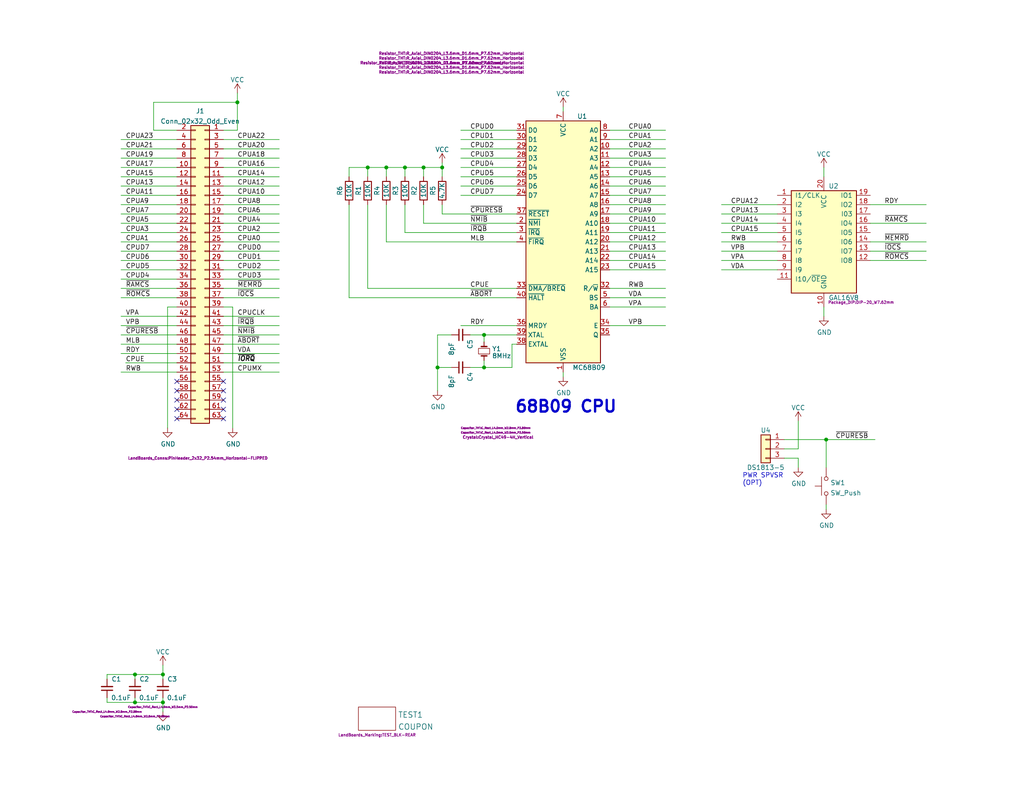
<source format=kicad_sch>
(kicad_sch (version 20230121) (generator eeschema)
  (paper "A")
  (title_block (title "LB-6809-01") (date "2024-08-19") (rev "2") (company "Land Boards LLC"))
  (lib_symbols
    (symbol "CPU_NXP_6800:MC68B09"
      (property "Reference" "U" (at -7.62 34.29 0))
      (property "Value" "MC68B09" (at 10.16 34.29 0))
      (symbol "MC68B09_0_1"
        (rectangle (start -10.16 -33.02) (end 10.16 33.02) (stroke (width 0.254)) (fill (type background)))
      )
      (symbol "MC68B09_1_1"
        (pin power_in line (at 0 -35.56 90) (length 2.54) (name "VSS") (number "1"))
        (pin output line (at 12.7 25.4 180) (length 2.54) (name "A2") (number "10"))
        (pin output line (at 12.7 22.86 180) (length 2.54) (name "A3") (number "11"))
        (pin output line (at 12.7 20.32 180) (length 2.54) (name "A4") (number "12"))
        (pin output line (at 12.7 17.78 180) (length 2.54) (name "A5") (number "13"))
        (pin output line (at 12.7 15.24 180) (length 2.54) (name "A6") (number "14"))
        (pin output line (at 12.7 12.7 180) (length 2.54) (name "A7") (number "15"))
        (pin output line (at 12.7 10.16 180) (length 2.54) (name "A8") (number "16"))
        (pin output line (at 12.7 7.62 180) (length 2.54) (name "A9") (number "17"))
        (pin output line (at 12.7 5.08 180) (length 2.54) (name "A10") (number "18"))
        (pin output line (at 12.7 2.54 180) (length 2.54) (name "A11") (number "19"))
        (pin input line (at -12.7 5.08 0) (length 2.54) (name "~{NMI}") (number "2"))
        (pin output line (at 12.7 0 180) (length 2.54) (name "A12") (number "20"))
        (pin output line (at 12.7 -2.54 180) (length 2.54) (name "A13") (number "21"))
        (pin output line (at 12.7 -5.08 180) (length 2.54) (name "A14") (number "22"))
        (pin output line (at 12.7 -7.62 180) (length 2.54) (name "A15") (number "23"))
        (pin bidirectional line (at -12.7 12.7 0) (length 2.54) (name "D7") (number "24"))
        (pin bidirectional line (at -12.7 15.24 0) (length 2.54) (name "D6") (number "25"))
        (pin bidirectional line (at -12.7 17.78 0) (length 2.54) (name "D5") (number "26"))
        (pin bidirectional line (at -12.7 20.32 0) (length 2.54) (name "D4") (number "27"))
        (pin bidirectional line (at -12.7 22.86 0) (length 2.54) (name "D3") (number "28"))
        (pin bidirectional line (at -12.7 25.4 0) (length 2.54) (name "D2") (number "29"))
        (pin input line (at -12.7 2.54 0) (length 2.54) (name "~{IRQ}") (number "3"))
        (pin bidirectional line (at -12.7 27.94 0) (length 2.54) (name "D1") (number "30"))
        (pin bidirectional line (at -12.7 30.48 0) (length 2.54) (name "D0") (number "31"))
        (pin output line (at 12.7 -12.7 180) (length 2.54) (name "R/~{W}") (number "32"))
        (pin input line (at -12.7 -12.7 0) (length 2.54) (name "~{DMA/BREQ}") (number "33"))
        (pin output line (at 12.7 -22.86 180) (length 2.54) (name "E") (number "34"))
        (pin output line (at 12.7 -25.4 180) (length 2.54) (name "Q") (number "35"))
        (pin input line (at -12.7 -22.86 0) (length 2.54) (name "MRDY") (number "36"))
        (pin input line (at -12.7 7.62 0) (length 2.54) (name "~{RESET}") (number "37"))
        (pin input line (at -12.7 -27.94 0) (length 2.54) (name "EXTAL") (number "38"))
        (pin input line (at -12.7 -25.4 0) (length 2.54) (name "XTAL") (number "39"))
        (pin input line (at -12.7 0 0) (length 2.54) (name "~{FIRQ}") (number "4"))
        (pin input line (at -12.7 -15.24 0) (length 2.54) (name "~{HALT}") (number "40"))
        (pin output line (at 12.7 -15.24 180) (length 2.54) (name "BS") (number "5"))
        (pin output line (at 12.7 -17.78 180) (length 2.54) (name "BA") (number "6"))
        (pin power_in line (at 0 35.56 270) (length 2.54) (name "VCC") (number "7"))
        (pin output line (at 12.7 30.48 180) (length 2.54) (name "A0") (number "8"))
        (pin output line (at 12.7 27.94 180) (length 2.54) (name "A1") (number "9"))
      )
    )
    (symbol "Connector_Generic:Conn_01x03" (pin_names (offset 1.016) hide)
      (property "Reference" "J" (at 0 5.08 0))
      (property "Value" "Conn_01x03" (at 0 -5.08 0))
      (symbol "Conn_01x03_1_1"
        (rectangle (start -1.27 -2.413) (end 0 -2.667) (stroke (width 0.1524)))
        (rectangle (start -1.27 0.127) (end 0 -0.127) (stroke (width 0.1524)))
        (rectangle (start -1.27 2.667) (end 0 2.413) (stroke (width 0.1524)))
        (rectangle (start -1.27 3.81) (end 1.27 -3.81) (stroke (width 0.254)) (fill (type background)))
        (pin passive line (at -5.08 2.54 0) (length 3.81) (name "Pin_1") (number "1"))
        (pin passive line (at -5.08 0 0) (length 3.81) (name "Pin_2") (number "2"))
        (pin passive line (at -5.08 -2.54 0) (length 3.81) (name "Pin_3") (number "3"))
      )
    )
    (symbol "Connector_Generic:Conn_02x32_Odd_Even" (pin_names (offset 1.016) hide)
      (property "Reference" "J" (at 1.27 40.64 0))
      (property "Value" "Conn_02x32_Odd_Even" (at 1.27 -43.18 0))
      (symbol "Conn_02x32_Odd_Even_1_1"
        (rectangle (start -1.27 -40.513) (end 0 -40.767) (stroke (width 0.1524)))
        (rectangle (start -1.27 -37.973) (end 0 -38.227) (stroke (width 0.1524)))
        (rectangle (start -1.27 -35.433) (end 0 -35.687) (stroke (width 0.1524)))
        (rectangle (start -1.27 -32.893) (end 0 -33.147) (stroke (width 0.1524)))
        (rectangle (start -1.27 -30.353) (end 0 -30.607) (stroke (width 0.1524)))
        (rectangle (start -1.27 -27.813) (end 0 -28.067) (stroke (width 0.1524)))
        (rectangle (start -1.27 -25.273) (end 0 -25.527) (stroke (width 0.1524)))
        (rectangle (start -1.27 -22.733) (end 0 -22.987) (stroke (width 0.1524)))
        (rectangle (start -1.27 -20.193) (end 0 -20.447) (stroke (width 0.1524)))
        (rectangle (start -1.27 -17.653) (end 0 -17.907) (stroke (width 0.1524)))
        (rectangle (start -1.27 -15.113) (end 0 -15.367) (stroke (width 0.1524)))
        (rectangle (start -1.27 -12.573) (end 0 -12.827) (stroke (width 0.1524)))
        (rectangle (start -1.27 -10.033) (end 0 -10.287) (stroke (width 0.1524)))
        (rectangle (start -1.27 -7.493) (end 0 -7.747) (stroke (width 0.1524)))
        (rectangle (start -1.27 -4.953) (end 0 -5.207) (stroke (width 0.1524)))
        (rectangle (start -1.27 -2.413) (end 0 -2.667) (stroke (width 0.1524)))
        (rectangle (start -1.27 0.127) (end 0 -0.127) (stroke (width 0.1524)))
        (rectangle (start -1.27 2.667) (end 0 2.413) (stroke (width 0.1524)))
        (rectangle (start -1.27 5.207) (end 0 4.953) (stroke (width 0.1524)))
        (rectangle (start -1.27 7.747) (end 0 7.493) (stroke (width 0.1524)))
        (rectangle (start -1.27 10.287) (end 0 10.033) (stroke (width 0.1524)))
        (rectangle (start -1.27 12.827) (end 0 12.573) (stroke (width 0.1524)))
        (rectangle (start -1.27 15.367) (end 0 15.113) (stroke (width 0.1524)))
        (rectangle (start -1.27 17.907) (end 0 17.653) (stroke (width 0.1524)))
        (rectangle (start -1.27 20.447) (end 0 20.193) (stroke (width 0.1524)))
        (rectangle (start -1.27 22.987) (end 0 22.733) (stroke (width 0.1524)))
        (rectangle (start -1.27 25.527) (end 0 25.273) (stroke (width 0.1524)))
        (rectangle (start -1.27 28.067) (end 0 27.813) (stroke (width 0.1524)))
        (rectangle (start -1.27 30.607) (end 0 30.353) (stroke (width 0.1524)))
        (rectangle (start -1.27 33.147) (end 0 32.893) (stroke (width 0.1524)))
        (rectangle (start -1.27 35.687) (end 0 35.433) (stroke (width 0.1524)))
        (rectangle (start -1.27 38.227) (end 0 37.973) (stroke (width 0.1524)))
        (rectangle (start -1.27 39.37) (end 3.81 -41.91) (stroke (width 0.254)) (fill (type background)))
        (rectangle (start 3.81 -40.513) (end 2.54 -40.767) (stroke (width 0.1524)))
        (rectangle (start 3.81 -37.973) (end 2.54 -38.227) (stroke (width 0.1524)))
        (rectangle (start 3.81 -35.433) (end 2.54 -35.687) (stroke (width 0.1524)))
        (rectangle (start 3.81 -32.893) (end 2.54 -33.147) (stroke (width 0.1524)))
        (rectangle (start 3.81 -30.353) (end 2.54 -30.607) (stroke (width 0.1524)))
        (rectangle (start 3.81 -27.813) (end 2.54 -28.067) (stroke (width 0.1524)))
        (rectangle (start 3.81 -25.273) (end 2.54 -25.527) (stroke (width 0.1524)))
        (rectangle (start 3.81 -22.733) (end 2.54 -22.987) (stroke (width 0.1524)))
        (rectangle (start 3.81 -20.193) (end 2.54 -20.447) (stroke (width 0.1524)))
        (rectangle (start 3.81 -17.653) (end 2.54 -17.907) (stroke (width 0.1524)))
        (rectangle (start 3.81 -15.113) (end 2.54 -15.367) (stroke (width 0.1524)))
        (rectangle (start 3.81 -12.573) (end 2.54 -12.827) (stroke (width 0.1524)))
        (rectangle (start 3.81 -10.033) (end 2.54 -10.287) (stroke (width 0.1524)))
        (rectangle (start 3.81 -7.493) (end 2.54 -7.747) (stroke (width 0.1524)))
        (rectangle (start 3.81 -4.953) (end 2.54 -5.207) (stroke (width 0.1524)))
        (rectangle (start 3.81 -2.413) (end 2.54 -2.667) (stroke (width 0.1524)))
        (rectangle (start 3.81 0.127) (end 2.54 -0.127) (stroke (width 0.1524)))
        (rectangle (start 3.81 2.667) (end 2.54 2.413) (stroke (width 0.1524)))
        (rectangle (start 3.81 5.207) (end 2.54 4.953) (stroke (width 0.1524)))
        (rectangle (start 3.81 7.747) (end 2.54 7.493) (stroke (width 0.1524)))
        (rectangle (start 3.81 10.287) (end 2.54 10.033) (stroke (width 0.1524)))
        (rectangle (start 3.81 12.827) (end 2.54 12.573) (stroke (width 0.1524)))
        (rectangle (start 3.81 15.367) (end 2.54 15.113) (stroke (width 0.1524)))
        (rectangle (start 3.81 17.907) (end 2.54 17.653) (stroke (width 0.1524)))
        (rectangle (start 3.81 20.447) (end 2.54 20.193) (stroke (width 0.1524)))
        (rectangle (start 3.81 22.987) (end 2.54 22.733) (stroke (width 0.1524)))
        (rectangle (start 3.81 25.527) (end 2.54 25.273) (stroke (width 0.1524)))
        (rectangle (start 3.81 28.067) (end 2.54 27.813) (stroke (width 0.1524)))
        (rectangle (start 3.81 30.607) (end 2.54 30.353) (stroke (width 0.1524)))
        (rectangle (start 3.81 33.147) (end 2.54 32.893) (stroke (width 0.1524)))
        (rectangle (start 3.81 35.687) (end 2.54 35.433) (stroke (width 0.1524)))
        (rectangle (start 3.81 38.227) (end 2.54 37.973) (stroke (width 0.1524)))
        (pin passive line (at -5.08 38.1 0) (length 3.81) (name "Pin_1") (number "1"))
        (pin passive line (at 7.62 27.94 180) (length 3.81) (name "Pin_10") (number "10"))
        (pin passive line (at -5.08 25.4 0) (length 3.81) (name "Pin_11") (number "11"))
        (pin passive line (at 7.62 25.4 180) (length 3.81) (name "Pin_12") (number "12"))
        (pin passive line (at -5.08 22.86 0) (length 3.81) (name "Pin_13") (number "13"))
        (pin passive line (at 7.62 22.86 180) (length 3.81) (name "Pin_14") (number "14"))
        (pin passive line (at -5.08 20.32 0) (length 3.81) (name "Pin_15") (number "15"))
        (pin passive line (at 7.62 20.32 180) (length 3.81) (name "Pin_16") (number "16"))
        (pin passive line (at -5.08 17.78 0) (length 3.81) (name "Pin_17") (number "17"))
        (pin passive line (at 7.62 17.78 180) (length 3.81) (name "Pin_18") (number "18"))
        (pin passive line (at -5.08 15.24 0) (length 3.81) (name "Pin_19") (number "19"))
        (pin passive line (at 7.62 38.1 180) (length 3.81) (name "Pin_2") (number "2"))
        (pin passive line (at 7.62 15.24 180) (length 3.81) (name "Pin_20") (number "20"))
        (pin passive line (at -5.08 12.7 0) (length 3.81) (name "Pin_21") (number "21"))
        (pin passive line (at 7.62 12.7 180) (length 3.81) (name "Pin_22") (number "22"))
        (pin passive line (at -5.08 10.16 0) (length 3.81) (name "Pin_23") (number "23"))
        (pin passive line (at 7.62 10.16 180) (length 3.81) (name "Pin_24") (number "24"))
        (pin passive line (at -5.08 7.62 0) (length 3.81) (name "Pin_25") (number "25"))
        (pin passive line (at 7.62 7.62 180) (length 3.81) (name "Pin_26") (number "26"))
        (pin passive line (at -5.08 5.08 0) (length 3.81) (name "Pin_27") (number "27"))
        (pin passive line (at 7.62 5.08 180) (length 3.81) (name "Pin_28") (number "28"))
        (pin passive line (at -5.08 2.54 0) (length 3.81) (name "Pin_29") (number "29"))
        (pin passive line (at -5.08 35.56 0) (length 3.81) (name "Pin_3") (number "3"))
        (pin passive line (at 7.62 2.54 180) (length 3.81) (name "Pin_30") (number "30"))
        (pin passive line (at -5.08 0 0) (length 3.81) (name "Pin_31") (number "31"))
        (pin passive line (at 7.62 0 180) (length 3.81) (name "Pin_32") (number "32"))
        (pin passive line (at -5.08 -2.54 0) (length 3.81) (name "Pin_33") (number "33"))
        (pin passive line (at 7.62 -2.54 180) (length 3.81) (name "Pin_34") (number "34"))
        (pin passive line (at -5.08 -5.08 0) (length 3.81) (name "Pin_35") (number "35"))
        (pin passive line (at 7.62 -5.08 180) (length 3.81) (name "Pin_36") (number "36"))
        (pin passive line (at -5.08 -7.62 0) (length 3.81) (name "Pin_37") (number "37"))
        (pin passive line (at 7.62 -7.62 180) (length 3.81) (name "Pin_38") (number "38"))
        (pin passive line (at -5.08 -10.16 0) (length 3.81) (name "Pin_39") (number "39"))
        (pin passive line (at 7.62 35.56 180) (length 3.81) (name "Pin_4") (number "4"))
        (pin passive line (at 7.62 -10.16 180) (length 3.81) (name "Pin_40") (number "40"))
        (pin passive line (at -5.08 -12.7 0) (length 3.81) (name "Pin_41") (number "41"))
        (pin passive line (at 7.62 -12.7 180) (length 3.81) (name "Pin_42") (number "42"))
        (pin passive line (at -5.08 -15.24 0) (length 3.81) (name "Pin_43") (number "43"))
        (pin passive line (at 7.62 -15.24 180) (length 3.81) (name "Pin_44") (number "44"))
        (pin passive line (at -5.08 -17.78 0) (length 3.81) (name "Pin_45") (number "45"))
        (pin passive line (at 7.62 -17.78 180) (length 3.81) (name "Pin_46") (number "46"))
        (pin passive line (at -5.08 -20.32 0) (length 3.81) (name "Pin_47") (number "47"))
        (pin passive line (at 7.62 -20.32 180) (length 3.81) (name "Pin_48") (number "48"))
        (pin passive line (at -5.08 -22.86 0) (length 3.81) (name "Pin_49") (number "49"))
        (pin passive line (at -5.08 33.02 0) (length 3.81) (name "Pin_5") (number "5"))
        (pin passive line (at 7.62 -22.86 180) (length 3.81) (name "Pin_50") (number "50"))
        (pin passive line (at -5.08 -25.4 0) (length 3.81) (name "Pin_51") (number "51"))
        (pin passive line (at 7.62 -25.4 180) (length 3.81) (name "Pin_52") (number "52"))
        (pin passive line (at -5.08 -27.94 0) (length 3.81) (name "Pin_53") (number "53"))
        (pin passive line (at 7.62 -27.94 180) (length 3.81) (name "Pin_54") (number "54"))
        (pin passive line (at -5.08 -30.48 0) (length 3.81) (name "Pin_55") (number "55"))
        (pin passive line (at 7.62 -30.48 180) (length 3.81) (name "Pin_56") (number "56"))
        (pin passive line (at -5.08 -33.02 0) (length 3.81) (name "Pin_57") (number "57"))
        (pin passive line (at 7.62 -33.02 180) (length 3.81) (name "Pin_58") (number "58"))
        (pin passive line (at -5.08 -35.56 0) (length 3.81) (name "Pin_59") (number "59"))
        (pin passive line (at 7.62 33.02 180) (length 3.81) (name "Pin_6") (number "6"))
        (pin passive line (at 7.62 -35.56 180) (length 3.81) (name "Pin_60") (number "60"))
        (pin passive line (at -5.08 -38.1 0) (length 3.81) (name "Pin_61") (number "61"))
        (pin passive line (at 7.62 -38.1 180) (length 3.81) (name "Pin_62") (number "62"))
        (pin passive line (at -5.08 -40.64 0) (length 3.81) (name "Pin_63") (number "63"))
        (pin passive line (at 7.62 -40.64 180) (length 3.81) (name "Pin_64") (number "64"))
        (pin passive line (at -5.08 30.48 0) (length 3.81) (name "Pin_7") (number "7"))
        (pin passive line (at 7.62 30.48 180) (length 3.81) (name "Pin_8") (number "8"))
        (pin passive line (at -5.08 27.94 0) (length 3.81) (name "Pin_9") (number "9"))
      )
    )
    (symbol "Device:C_Small" (pin_numbers hide) (pin_names (offset 0.254) hide)
      (property "Reference" "C" (at 0.254 1.778 0))
      (property "Value" "C_Small" (at 0.254 -2.032 0))
      (symbol "C_Small_0_1"
        (polyline (pts (xy -1.524 -0.508) (xy 1.524 -0.508)) (stroke (width 0.3302)))
        (polyline (pts (xy -1.524 0.508) (xy 1.524 0.508)) (stroke (width 0.3048)))
      )
      (symbol "C_Small_1_1"
        (pin passive line (at 0 2.54 270) (length 2.032) (name "~") (number "1"))
        (pin passive line (at 0 -2.54 90) (length 2.032) (name "~") (number "2"))
      )
    )
    (symbol "Device:Crystal_Small" (pin_numbers hide) (pin_names (offset 1.016) hide)
      (property "Reference" "Y" (at 0 2.54 0))
      (property "Value" "Crystal_Small" (at 0 -2.54 0))
      (symbol "Crystal_Small_0_1"
        (rectangle (start -0.762 -1.524) (end 0.762 1.524))
        (polyline (pts (xy -1.27 -0.762) (xy -1.27 0.762)) (stroke (width 0.381)))
        (polyline (pts (xy 1.27 -0.762) (xy 1.27 0.762)) (stroke (width 0.381)))
      )
      (symbol "Crystal_Small_1_1"
        (pin passive line (at -2.54 0 0) (length 1.27) (name "1") (number "1"))
        (pin passive line (at 2.54 0 180) (length 1.27) (name "2") (number "2"))
      )
    )
    (symbol "Device:R" (pin_numbers hide) (pin_names (offset 0))
      (property "Reference" "R" (at 2.032 0 90))
      (property "Value" "R" (at 0 0 90))
      (symbol "R_0_1"
        (rectangle (start -1.016 -2.54) (end 1.016 2.54) (stroke (width 0.254)))
      )
      (symbol "R_1_1"
        (pin passive line (at 0 3.81 270) (length 1.27) (name "~") (number "1"))
        (pin passive line (at 0 -3.81 90) (length 1.27) (name "~") (number "2"))
      )
    )
    (symbol "LandBoards:COUPON" (pin_names (offset 1.016))
      (property "Reference" "COUP?" (at 0 0 0))
      (property "Value" "COUPON" (at 0 0 0))
      (symbol "COUPON_0_1"
        (rectangle (start -5.08 0) (end 5.08 6.35))
      )
    )
    (symbol "Logic_Programmable:GAL16V8" (pin_names (offset 1.016))
      (property "Reference" "U" (at -8.89 16.51 0))
      (property "Value" "GAL16V8" (at 1.27 16.51 0))
      (symbol "GAL16V8_0_0"
        (pin power_in line (at 0 -17.78 90) (length 3.81) (name "GND") (number "10"))
        (pin power_in line (at 0 17.78 270) (length 3.81) (name "VCC") (number "20"))
      )
      (symbol "GAL16V8_0_1"
        (rectangle (start -8.89 13.97) (end 8.89 -13.97) (stroke (width 0.254)) (fill (type background)))
      )
      (symbol "GAL16V8_1_1"
        (pin input line (at -12.7 12.7 0) (length 3.81) (name "I1/CLK") (number "1"))
        (pin input line (at -12.7 -10.16 0) (length 3.81) (name "I10/~{OE}") (number "11"))
        (pin tri_state line (at 12.7 -5.08 180) (length 3.81) (name "IO8") (number "12"))
        (pin tri_state line (at 12.7 -2.54 180) (length 3.81) (name "IO7") (number "13"))
        (pin tri_state line (at 12.7 0 180) (length 3.81) (name "IO6") (number "14"))
        (pin tri_state line (at 12.7 2.54 180) (length 3.81) (name "IO5") (number "15"))
        (pin tri_state line (at 12.7 5.08 180) (length 3.81) (name "IO4") (number "16"))
        (pin tri_state line (at 12.7 7.62 180) (length 3.81) (name "I03") (number "17"))
        (pin tri_state line (at 12.7 10.16 180) (length 3.81) (name "IO2") (number "18"))
        (pin tri_state line (at 12.7 12.7 180) (length 3.81) (name "IO1") (number "19"))
        (pin input line (at -12.7 10.16 0) (length 3.81) (name "I2") (number "2"))
        (pin input line (at -12.7 7.62 0) (length 3.81) (name "I3") (number "3"))
        (pin input line (at -12.7 5.08 0) (length 3.81) (name "I4") (number "4"))
        (pin input line (at -12.7 2.54 0) (length 3.81) (name "I5") (number "5"))
        (pin input line (at -12.7 0 0) (length 3.81) (name "I6") (number "6"))
        (pin input line (at -12.7 -2.54 0) (length 3.81) (name "I7") (number "7"))
        (pin input line (at -12.7 -5.08 0) (length 3.81) (name "I8") (number "8"))
        (pin input line (at -12.7 -7.62 0) (length 3.81) (name "I9") (number "9"))
      )
    )
    (symbol "Switch:SW_Push" (pin_numbers hide) (pin_names (offset 1.016) hide)
      (property "Reference" "SW" (at 1.27 2.54 0))
      (property "Value" "SW_Push" (at 0 -1.524 0))
      (symbol "SW_Push_0_1"
        (circle (center -2.032 0) (radius 0.508))
        (polyline (pts (xy 0 1.27) (xy 0 3.048)))
        (polyline (pts (xy 2.54 1.27) (xy -2.54 1.27)))
        (circle (center 2.032 0) (radius 0.508))
        (pin passive line (at -5.08 0 0) (length 2.54) (name "1") (number "1"))
        (pin passive line (at 5.08 0 180) (length 2.54) (name "2") (number "2"))
      )
    )
    (symbol "power:GND" (power) (pin_names (offset 0))
      (property "Value" "GND" (at 0 -3.81 0))
      (symbol "GND_0_1"
        (polyline (pts (xy 0 0) (xy 0 -1.27) (xy 1.27 -1.27) (xy 0 -2.54) (xy -1.27 -1.27) (xy 0 -1.27)))
      )
      (symbol "GND_1_1"
        (pin power_in line (at 0 0 270) (length 0) hide (name "GND") (number "1"))
      )
    )
    (symbol "power:VCC" (power) (pin_names (offset 0))
      (property "Value" "VCC" (at 0 3.81 0))
      (symbol "VCC_0_1"
        (polyline (pts (xy -0.762 1.27) (xy 0 2.54)))
        (polyline (pts (xy 0 0) (xy 0 2.54)))
        (polyline (pts (xy 0 2.54) (xy 0.762 1.27)))
      )
      (symbol "VCC_1_1"
        (pin power_in line (at 0 0 90) (length 0) hide (name "VCC") (number "1"))
      )
    )
  )
  (junction (at 44.45 191.77))
  (junction (at 119.38 100.33))
  (junction (at 100.33 45.72))
  (junction (at 115.57 45.72))
  (junction (at 110.49 45.72))
  (junction (at 44.45 184.15))
  (junction (at 132.08 100.33))
  (junction (at 36.83 184.15))
  (junction (at 105.41 45.72))
  (junction (at 36.83 191.77))
  (junction (at 132.08 91.44))
  (junction (at 120.65 45.72))
  (junction (at 64.77 27.94))
  (junction (at 225.425 120.015))
  (no_connect (at 60.96 104.14))
  (no_connect (at 48.26 104.14))
  (no_connect (at 60.96 109.22))
  (no_connect (at 60.96 106.68))
  (no_connect (at 48.26 114.3))
  (no_connect (at 60.96 114.3))
  (no_connect (at 48.26 106.68))
  (no_connect (at 48.26 109.22))
  (no_connect (at 48.26 111.76))
  (no_connect (at 60.96 111.76))
  (wire (pts (xy 45.72 83.82) (xy 45.72 116.84)))
  (wire (pts (xy 95.25 81.28) (xy 140.97 81.28)))
  (wire (pts (xy 120.65 45.72) (xy 120.65 48.26)))
  (wire (pts (xy 166.37 53.34) (xy 181.61 53.34)))
  (wire (pts (xy 196.85 73.66) (xy 212.09 73.66)))
  (wire (pts (xy 33.02 91.44) (xy 48.26 91.44)))
  (wire (pts (xy 60.96 43.18) (xy 76.2 43.18)))
  (wire (pts (xy 33.02 68.58) (xy 48.26 68.58)))
  (wire (pts (xy 120.65 58.42) (xy 140.97 58.42)))
  (wire (pts (xy 44.45 185.42) (xy 44.45 184.15)))
  (wire (pts (xy 60.96 45.72) (xy 76.2 45.72)))
  (wire (pts (xy 125.73 50.8) (xy 140.97 50.8)))
  (wire (pts (xy 110.49 63.5) (xy 110.49 55.88)))
  (wire (pts (xy 64.77 35.56) (xy 64.77 27.94)))
  (wire (pts (xy 166.37 66.04) (xy 181.61 66.04)))
  (wire (pts (xy 166.37 58.42) (xy 181.61 58.42)))
  (wire (pts (xy 60.96 60.96) (xy 76.2 60.96)))
  (wire (pts (xy 125.73 88.9) (xy 140.97 88.9)))
  (wire (pts (xy 105.41 55.88) (xy 105.41 66.04)))
  (wire (pts (xy 64.77 27.94) (xy 41.91 27.94)))
  (wire (pts (xy 44.45 190.5) (xy 44.45 191.77)))
  (wire (pts (xy 237.49 55.88) (xy 252.73 55.88)))
  (wire (pts (xy 196.85 60.96) (xy 212.09 60.96)))
  (wire (pts (xy 60.96 66.04) (xy 76.2 66.04)))
  (wire (pts (xy 196.85 58.42) (xy 212.09 58.42)))
  (wire (pts (xy 60.96 48.26) (xy 76.2 48.26)))
  (wire (pts (xy 225.425 120.015) (xy 225.425 127.635)))
  (wire (pts (xy 225.425 137.795) (xy 225.425 139.065)))
  (wire (pts (xy 45.72 83.82) (xy 48.26 83.82)))
  (wire (pts (xy 33.02 55.88) (xy 48.26 55.88)))
  (wire (pts (xy 60.96 35.56) (xy 64.77 35.56)))
  (wire (pts (xy 237.49 71.12) (xy 252.73 71.12)))
  (wire (pts (xy 225.425 120.015) (xy 238.76 120.015)))
  (wire (pts (xy 100.33 78.74) (xy 140.97 78.74)))
  (wire (pts (xy 33.02 71.12) (xy 48.26 71.12)))
  (wire (pts (xy 33.02 53.34) (xy 48.26 53.34)))
  (wire (pts (xy 36.83 190.5) (xy 36.83 191.77)))
  (wire (pts (xy 105.41 45.72) (xy 105.41 48.26)))
  (wire (pts (xy 60.96 93.98) (xy 76.2 93.98)))
  (wire (pts (xy 33.02 66.04) (xy 48.26 66.04)))
  (wire (pts (xy 33.02 45.72) (xy 48.26 45.72)))
  (wire (pts (xy 119.38 91.44) (xy 119.38 100.33)))
  (wire (pts (xy 166.37 68.58) (xy 181.61 68.58)))
  (wire (pts (xy 60.96 96.52) (xy 76.2 96.52)))
  (wire (pts (xy 60.96 53.34) (xy 76.2 53.34)))
  (wire (pts (xy 64.77 27.94) (xy 64.77 25.4)))
  (wire (pts (xy 166.37 81.28) (xy 181.61 81.28)))
  (wire (pts (xy 41.91 35.56) (xy 48.26 35.56)))
  (wire (pts (xy 213.995 122.555) (xy 217.805 122.555)))
  (wire (pts (xy 60.96 71.12) (xy 76.2 71.12)))
  (wire (pts (xy 224.79 83.82) (xy 224.79 86.36)))
  (wire (pts (xy 60.96 68.58) (xy 76.2 68.58)))
  (wire (pts (xy 33.02 58.42) (xy 48.26 58.42)))
  (wire (pts (xy 153.67 29.21) (xy 153.67 30.48)))
  (wire (pts (xy 95.25 48.26) (xy 95.25 45.72)))
  (wire (pts (xy 128.27 91.44) (xy 132.08 91.44)))
  (wire (pts (xy 115.57 60.96) (xy 140.97 60.96)))
  (wire (pts (xy 237.49 68.58) (xy 252.73 68.58)))
  (wire (pts (xy 29.21 184.15) (xy 36.83 184.15)))
  (wire (pts (xy 60.96 78.74) (xy 76.2 78.74)))
  (wire (pts (xy 166.37 40.64) (xy 181.61 40.64)))
  (wire (pts (xy 119.38 100.33) (xy 123.19 100.33)))
  (wire (pts (xy 139.7 93.98) (xy 139.7 100.33)))
  (wire (pts (xy 166.37 83.82) (xy 181.61 83.82)))
  (wire (pts (xy 166.37 45.72) (xy 181.61 45.72)))
  (wire (pts (xy 60.96 38.1) (xy 76.2 38.1)))
  (wire (pts (xy 132.08 91.44) (xy 132.08 93.345)))
  (wire (pts (xy 60.96 58.42) (xy 76.2 58.42)))
  (wire (pts (xy 63.5 83.82) (xy 63.5 116.84)))
  (wire (pts (xy 100.33 48.26) (xy 100.33 45.72)))
  (wire (pts (xy 95.25 81.28) (xy 95.25 55.88)))
  (wire (pts (xy 166.37 48.26) (xy 181.61 48.26)))
  (wire (pts (xy 95.25 45.72) (xy 100.33 45.72)))
  (wire (pts (xy 115.57 45.72) (xy 115.57 48.26)))
  (wire (pts (xy 115.57 45.72) (xy 120.65 45.72)))
  (wire (pts (xy 33.02 40.64) (xy 48.26 40.64)))
  (wire (pts (xy 123.19 91.44) (xy 119.38 91.44)))
  (wire (pts (xy 105.41 45.72) (xy 110.49 45.72)))
  (wire (pts (xy 33.02 63.5) (xy 48.26 63.5)))
  (wire (pts (xy 132.08 91.44) (xy 140.97 91.44)))
  (wire (pts (xy 125.73 48.26) (xy 140.97 48.26)))
  (wire (pts (xy 139.7 100.33) (xy 132.08 100.33)))
  (wire (pts (xy 125.73 40.64) (xy 140.97 40.64)))
  (wire (pts (xy 33.02 73.66) (xy 48.26 73.66)))
  (wire (pts (xy 125.73 38.1) (xy 140.97 38.1)))
  (wire (pts (xy 60.96 83.82) (xy 63.5 83.82)))
  (wire (pts (xy 166.37 35.56) (xy 181.61 35.56)))
  (wire (pts (xy 153.67 101.6) (xy 153.67 102.87)))
  (wire (pts (xy 34.29 99.06) (xy 48.26 99.06)))
  (wire (pts (xy 140.97 93.98) (xy 139.7 93.98)))
  (wire (pts (xy 33.02 76.2) (xy 48.26 76.2)))
  (wire (pts (xy 110.49 45.72) (xy 115.57 45.72)))
  (wire (pts (xy 166.37 78.74) (xy 181.61 78.74)))
  (wire (pts (xy 196.85 68.58) (xy 212.09 68.58)))
  (wire (pts (xy 60.96 50.8) (xy 76.2 50.8)))
  (wire (pts (xy 132.08 100.33) (xy 128.27 100.33)))
  (wire (pts (xy 196.85 66.04) (xy 212.09 66.04)))
  (wire (pts (xy 44.45 191.77) (xy 44.45 194.31)))
  (wire (pts (xy 33.02 88.9) (xy 48.26 88.9)))
  (wire (pts (xy 166.37 73.66) (xy 181.61 73.66)))
  (wire (pts (xy 237.49 66.04) (xy 252.73 66.04)))
  (wire (pts (xy 132.08 98.425) (xy 132.08 100.33)))
  (wire (pts (xy 29.21 191.77) (xy 29.21 190.5)))
  (wire (pts (xy 217.805 125.095) (xy 217.805 127.635)))
  (wire (pts (xy 60.96 55.88) (xy 76.2 55.88)))
  (wire (pts (xy 36.83 185.42) (xy 36.83 184.15)))
  (wire (pts (xy 33.02 38.1) (xy 48.26 38.1)))
  (wire (pts (xy 33.02 86.36) (xy 48.26 86.36)))
  (wire (pts (xy 33.02 43.18) (xy 48.26 43.18)))
  (wire (pts (xy 41.91 27.94) (xy 41.91 35.56)))
  (wire (pts (xy 60.96 91.44) (xy 76.2 91.44)))
  (wire (pts (xy 60.96 73.66) (xy 76.2 73.66)))
  (wire (pts (xy 110.49 48.26) (xy 110.49 45.72)))
  (wire (pts (xy 100.33 55.88) (xy 100.33 78.74)))
  (wire (pts (xy 36.83 184.15) (xy 44.45 184.15)))
  (wire (pts (xy 120.65 58.42) (xy 120.65 55.88)))
  (wire (pts (xy 166.37 55.88) (xy 181.61 55.88)))
  (wire (pts (xy 125.73 45.72) (xy 140.97 45.72)))
  (wire (pts (xy 36.83 191.77) (xy 29.21 191.77)))
  (wire (pts (xy 224.79 45.72) (xy 224.79 48.26)))
  (wire (pts (xy 213.995 125.095) (xy 217.805 125.095)))
  (wire (pts (xy 60.96 101.6) (xy 76.2 101.6)))
  (wire (pts (xy 60.96 88.9) (xy 76.2 88.9)))
  (wire (pts (xy 196.85 63.5) (xy 212.09 63.5)))
  (wire (pts (xy 60.96 99.06) (xy 76.2 99.06)))
  (wire (pts (xy 33.02 96.52) (xy 48.26 96.52)))
  (wire (pts (xy 60.96 86.36) (xy 76.2 86.36)))
  (wire (pts (xy 115.57 60.96) (xy 115.57 55.88)))
  (wire (pts (xy 166.37 71.12) (xy 181.61 71.12)))
  (wire (pts (xy 44.45 181.61) (xy 44.45 184.15)))
  (wire (pts (xy 33.02 50.8) (xy 48.26 50.8)))
  (wire (pts (xy 60.96 81.28) (xy 76.2 81.28)))
  (wire (pts (xy 196.85 71.12) (xy 212.09 71.12)))
  (wire (pts (xy 119.38 100.33) (xy 119.38 106.68)))
  (wire (pts (xy 100.33 45.72) (xy 105.41 45.72)))
  (wire (pts (xy 60.96 63.5) (xy 76.2 63.5)))
  (wire (pts (xy 166.37 88.9) (xy 181.61 88.9)))
  (wire (pts (xy 125.73 53.34) (xy 140.97 53.34)))
  (wire (pts (xy 217.805 114.935) (xy 217.805 122.555)))
  (wire (pts (xy 33.02 81.28) (xy 48.26 81.28)))
  (wire (pts (xy 33.02 101.6) (xy 48.26 101.6)))
  (wire (pts (xy 166.37 60.96) (xy 181.61 60.96)))
  (wire (pts (xy 60.96 40.64) (xy 76.2 40.64)))
  (wire (pts (xy 44.45 191.77) (xy 36.83 191.77)))
  (wire (pts (xy 33.02 93.98) (xy 48.26 93.98)))
  (wire (pts (xy 196.85 55.88) (xy 212.09 55.88)))
  (wire (pts (xy 120.65 44.45) (xy 120.65 45.72)))
  (wire (pts (xy 166.37 43.18) (xy 181.61 43.18)))
  (wire (pts (xy 33.02 60.96) (xy 48.26 60.96)))
  (wire (pts (xy 166.37 63.5) (xy 181.61 63.5)))
  (wire (pts (xy 33.02 78.74) (xy 48.26 78.74)))
  (wire (pts (xy 29.21 185.42) (xy 29.21 184.15)))
  (wire (pts (xy 105.41 66.04) (xy 140.97 66.04)))
  (wire (pts (xy 213.995 120.015) (xy 225.425 120.015)))
  (wire (pts (xy 33.02 48.26) (xy 48.26 48.26)))
  (wire (pts (xy 110.49 63.5) (xy 140.97 63.5)))
  (wire (pts (xy 166.37 38.1) (xy 181.61 38.1)))
  (wire (pts (xy 166.37 50.8) (xy 181.61 50.8)))
  (wire (pts (xy 125.73 43.18) (xy 140.97 43.18)))
  (wire (pts (xy 237.49 60.96) (xy 252.73 60.96)))
  (wire (pts (xy 60.96 76.2) (xy 76.2 76.2)))
  (wire (pts (xy 125.73 35.56) (xy 140.97 35.56)))
  (text "68B09 CPU" (at 140.335 113.03 0) (effects (font (size 3.175 3.175) (thickness 0.635) bold) (justify left bottom)))
  (text "PWR SPVSR\n(OPT)" (at 202.565 132.715 0) (effects (font (size 1.27 1.27)) (justify left bottom)))
  (label "VPA" (at 171.45 83.82 0))
  (label "CPUD6" (at 128.27 50.8 0))
  (label "CPUD3" (at 64.77 76.2 0))
  (label "CPUA22" (at 64.77 38.1 0))
  (label "CPUA14" (at 199.39 60.96 0))
  (label "~{ROMCS}" (at 34.29 81.28 0))
  (label "CPUD0" (at 64.77 68.58 0))
  (label "CPUA9" (at 171.45 58.42 0))
  (label "CPUA1" (at 171.45 38.1 0))
  (label "MLB" (at 34.29 93.98 0))
  (label "~{NMIB}" (at 64.77 91.44 0))
  (label "~{ABORT}" (at 64.77 93.98 0))
  (label "CPUA12" (at 171.45 66.04 0))
  (label "~{IORQ}" (at 64.77 99.06 0) (effects (font (thickness 0.254) bold italic)))
  (label "CPUA3" (at 171.45 43.18 0))
  (label "CPUA21" (at 34.29 40.64 0))
  (label "CPUA18" (at 64.77 43.18 0))
  (label "CPUA15" (at 171.45 73.66 0))
  (label "RDY" (at 128.27 88.9 0))
  (label "CPUA0" (at 64.77 66.04 0))
  (label "~{CPURESB}" (at 34.29 91.44 0))
  (label "VDA" (at 199.39 73.66 0))
  (label "CPUA1" (at 34.29 66.04 0))
  (label "~{NMIB}" (at 128.27 60.96 0))
  (label "CPUA5" (at 34.29 60.96 0))
  (label "CPUD7" (at 128.27 53.34 0))
  (label "CPUD3" (at 128.27 43.18 0))
  (label "VPB" (at 199.39 68.58 0))
  (label "CPUD4" (at 128.27 45.72 0))
  (label "CPUD7" (at 34.29 68.58 0))
  (label "CPUA4" (at 64.77 60.96 0))
  (label "CPUA10" (at 64.77 53.34 0))
  (label "CPUA6" (at 64.77 58.42 0))
  (label "MLB" (at 128.27 66.04 0))
  (label "CPUA8" (at 171.45 55.88 0))
  (label "~{RAMCS}" (at 34.29 78.74 0))
  (label "CPUA11" (at 34.29 53.34 0))
  (label "CPUA2" (at 171.45 40.64 0))
  (label "RWB" (at 199.39 66.04 0))
  (label "CPUA12" (at 64.77 50.8 0))
  (label "CPUD1" (at 64.77 71.12 0))
  (label "VDA" (at 64.77 96.52 0))
  (label "CPUE" (at 34.29 99.06 0))
  (label "CPUA9" (at 34.29 55.88 0))
  (label "CPUD5" (at 34.29 73.66 0))
  (label "CPUA14" (at 171.45 71.12 0))
  (label "CPUD6" (at 34.29 71.12 0))
  (label "~{MEMRD}" (at 241.3 66.04 0))
  (label "CPUA12" (at 199.39 55.88 0))
  (label "VPB" (at 171.45 88.9 0))
  (label "RWB" (at 171.45 78.74 0))
  (label "CPUA10" (at 171.45 60.96 0))
  (label "CPUA7" (at 34.29 58.42 0))
  (label "CPUA19" (at 34.29 43.18 0))
  (label "VPB" (at 34.29 88.9 0))
  (label "CPUMX" (at 64.77 101.6 0))
  (label "~{CPURESB}" (at 227.965 120.015 0))
  (label "VPA" (at 34.29 86.36 0))
  (label "CPUE" (at 128.27 78.74 0))
  (label "CPUD4" (at 34.29 76.2 0))
  (label "CPUA17" (at 34.29 45.72 0))
  (label "CPUA13" (at 34.29 50.8 0))
  (label "CPUD2" (at 128.27 40.64 0))
  (label "CPUCLK" (at 64.77 86.36 0))
  (label "CPUA20" (at 64.77 40.64 0))
  (label "~{MEMRD}" (at 64.77 78.74 0))
  (label "CPUA2" (at 64.77 63.5 0))
  (label "CPUA4" (at 171.45 45.72 0))
  (label "RDY" (at 34.29 96.52 0))
  (label "CPUA13" (at 171.45 68.58 0))
  (label "RWB" (at 34.29 101.6 0))
  (label "CPUA6" (at 171.45 50.8 0))
  (label "CPUD2" (at 64.77 73.66 0))
  (label "CPUA7" (at 171.45 53.34 0))
  (label "~{IRQB}" (at 128.27 63.5 0))
  (label "CPUA15" (at 199.39 63.5 0))
  (label "CPUA5" (at 171.45 48.26 0))
  (label "CPUA23" (at 34.29 38.1 0))
  (label "CPUD0" (at 128.27 35.56 0))
  (label "RDY" (at 241.3 55.88 0))
  (label "~{IOCS}" (at 64.77 81.28 0))
  (label "CPUA11" (at 171.45 63.5 0))
  (label "~{IOCS}" (at 241.3 68.58 0))
  (label "CPUA13" (at 199.39 58.42 0))
  (label "CPUD1" (at 128.27 38.1 0))
  (label "~{RAMCS}" (at 241.3 60.96 0))
  (label "CPUD5" (at 128.27 48.26 0))
  (label "~{ROMCS}" (at 241.3 71.12 0))
  (label "CPUA14" (at 64.77 48.26 0))
  (label "CPUA8" (at 64.77 55.88 0))
  (label "~{IRQB}" (at 64.77 88.9 0))
  (label "CPUA16" (at 64.77 45.72 0))
  (label "CPUA3" (at 34.29 63.5 0))
  (label "VDA" (at 171.45 81.28 0))
  (label "VPA" (at 199.39 71.12 0))
  (label "CPUA0" (at 171.45 35.56 0))
  (label "CPUA15" (at 34.29 48.26 0))
  (label "~{CPURESB}" (at 128.27 58.42 0))
  (label "~{ABORT}" (at 128.27 81.28 0))
  (symbol (lib_id "power:GND") (at 153.67 102.87 0) (unit 1)
    (property "Reference" "#PWR0101" (effects hide))
    (property "Value" "GND" (at 153.797 107.2642 0))
  )
  (symbol (lib_id "power:VCC") (at 224.79 45.72 0) (unit 1)
    (property "Reference" "#PWR0108" (effects hide))
    (property "Value" "VCC" (at 224.79 42.1155 0))
  )
  (symbol (lib_id "Switch:SW_Push") (at 225.425 132.715 90) (unit 1)
    (property "Reference" "SW1" (at 226.568 131.8065 90) (effects (justify right)))
    (property "Value" "SW_Push" (at 226.568 134.5816 90) (effects (justify right)))
    (property "Footprint" "Button_Switch_THT:SW_PUSH_6mm_H8.5mm" (effects hide))
  )
  (symbol (lib_id "power:VCC") (at 217.805 114.935 0) (unit 1)
    (property "Reference" "#PWR0115" (effects hide))
    (property "Value" "VCC" (at 217.805 111.3305 0))
  )
  (symbol (lib_id "Logic_Programmable:GAL16V8") (at 224.79 66.04 0) (unit 1)
    (property "Reference" "U2" (at 226.06 50.8 0) (effects (justify left)))
    (property "Value" "GAL16V8" (at 226.06 81.28 0) (effects (justify left)))
    (property "Footprint" "Package_DIP:DIP-20_W7.62mm" (at 234.95 82.55 0) (effects (font (size 0.762 0.762))))
  )
  (symbol (lib_id "power:GND") (at 217.805 127.635 0) (unit 1)
    (property "Reference" "#PWR0114" (effects hide))
    (property "Value" "GND" (at 217.932 132.0292 0))
  )
  (symbol (lib_id "power:GND") (at 119.38 106.68 0) (unit 1)
    (property "Reference" "#PWR01" (effects hide))
    (property "Value" "GND" (at 119.507 111.0742 0))
  )
  (symbol (lib_id "Device:C_Small") (at 36.83 187.96 180) (unit 1)
    (property "Reference" "C2" (at 39.37 185.42 0))
    (property "Value" "0.1uF" (at 40.64 190.5 0))
    (property "Footprint" "Capacitor_THT:C_Rect_L4.0mm_W2.5mm_P2.50mm" (at 36.83 195.58 0) (effects (font (size 0.508 0.508))))
  )
  (symbol (lib_id "Device:C_Small") (at 125.73 100.33 90) (unit 1)
    (property "Reference" "C4" (at 128.27 102.87 0))
    (property "Value" "8pF" (at 123.19 104.14 0))
    (property "Footprint" "Capacitor_THT:C_Rect_L4.0mm_W2.5mm_P2.50mm" (at 135.255 116.84 90) (effects (font (size 0.508 0.508))))
  )
  (symbol (lib_id "Device:R") (at 110.49 52.07 0) (unit 1)
    (property "Reference" "R3" (at 107.95 52.07 90))
    (property "Value" "10K" (at 110.49 52.07 90))
    (property "Footprint" "Resistor_THT:R_Axial_DIN0204_L3.6mm_D1.6mm_P7.62mm_Horizontal" (at 123.19 14.605 0) (effects (font (size 0.762 0.762))))
    (property "Datasheet" "https://www.mouser.com/ProductDetail/Xicon/299-2.2K-RC?qs=QaPBMFBEHz3RDbXknTj%252ByA%3D%3D" (effects hide))
  )
  (symbol (lib_id "Connector_Generic:Conn_01x03") (at 208.915 122.555 0) (mirror y) (unit 1)
    (property "Reference" "U4" (at 208.915 117.475 0))
    (property "Value" "DS1813-5" (at 208.915 127.635 0))
    (property "Footprint" "Package_TO_SOT_THT:TO-92" (effects hide))
    (property "Datasheet" "https://www.mouser.com/c/?q=DS1813-5" (effects hide))
  )
  (symbol (lib_id "power:GND") (at 44.45 194.31 0) (unit 1)
    (property "Reference" "#PWR0106" (effects hide))
    (property "Value" "GND" (at 44.577 198.7042 0))
  )
  (symbol (lib_id "Device:R") (at 95.25 52.07 0) (unit 1)
    (property "Reference" "R6" (at 92.71 52.07 90))
    (property "Value" "10K" (at 95.25 52.07 90))
    (property "Footprint" "Resistor_THT:R_Axial_DIN0204_L3.6mm_D1.6mm_P7.62mm_Horizontal" (at 118.11 17.145 0) (effects (font (size 0.762 0.762))))
    (property "Datasheet" "https://www.mouser.com/ProductDetail/Xicon/299-2.2K-RC?qs=QaPBMFBEHz3RDbXknTj%252ByA%3D%3D" (effects hide))
  )
  (symbol (lib_id "CPU_NXP_6800:MC68B09") (at 153.67 66.04 0) (unit 1)
    (property "Reference" "U1" (at 157.48 31.75 0) (effects (justify left)))
    (property "Value" "MC68B09" (at 156.21 100.33 0) (effects (justify left)))
    (property "Footprint" "Package_DIP:DIP-40_W15.24mm" (effects hide))
    (property "Datasheet" "http://pdf.datasheetcatalog.com/datasheet/motorola/MC68B09S.pdf" (effects hide))
  )
  (symbol (lib_id "Device:C_Small") (at 125.73 91.44 90) (unit 1)
    (property "Reference" "C5" (at 128.27 93.98 0))
    (property "Value" "8pF" (at 123.19 95.25 0))
    (property "Footprint" "Capacitor_THT:C_Rect_L4.0mm_W2.5mm_P2.50mm" (at 135.255 118.11 90) (effects (font (size 0.508 0.508))))
  )
  (symbol (lib_id "power:GND") (at 224.79 86.36 0) (unit 1)
    (property "Reference" "#PWR0109" (effects hide))
    (property "Value" "GND" (at 224.917 90.7542 0))
  )
  (symbol (lib_id "power:GND") (at 63.5 116.84 0) (unit 1)
    (property "Reference" "#PWR0102" (effects hide))
    (property "Value" "GND" (at 63.627 121.2342 0))
  )
  (symbol (lib_id "power:VCC") (at 153.67 29.21 0) (unit 1)
    (property "Reference" "#PWR0103" (effects hide))
    (property "Value" "VCC" (at 153.67 25.6055 0))
  )
  (symbol (lib_id "Device:C_Small") (at 44.45 187.96 180) (unit 1)
    (property "Reference" "C3" (at 46.99 185.42 0))
    (property "Value" "0.1uF" (at 48.26 190.5 0))
    (property "Footprint" "Capacitor_THT:C_Rect_L4.0mm_W2.5mm_P2.50mm" (at 44.45 193.04 0) (effects (font (size 0.508 0.508))))
  )
  (symbol (lib_id "Device:Crystal_Small") (at 132.08 95.885 90) (unit 1)
    (property "Reference" "Y1" (at 134.239 95.2413 90) (effects (justify right)))
    (property "Value" "8MHz" (at 134.239 97.1623 90) (effects (justify right)))
    (property "Footprint" "Crystal:Crystal_HC49-4H_Vertical" (at 135.89 119.38 90) (effects (font (size 0.762 0.762))))
  )
  (symbol (lib_id "Device:R") (at 115.57 52.07 0) (unit 1)
    (property "Reference" "R2" (at 113.03 52.07 90))
    (property "Value" "10K" (at 115.57 52.07 90))
    (property "Footprint" "Resistor_THT:R_Axial_DIN0204_L3.6mm_D1.6mm_P7.62mm_Horizontal" (at 123.19 18.415 0) (effects (font (size 0.762 0.762))))
    (property "Datasheet" "https://www.mouser.com/ProductDetail/Xicon/299-2.2K-RC?qs=QaPBMFBEHz3RDbXknTj%252ByA%3D%3D" (effects hide))
  )
  (symbol (lib_id "Device:R") (at 105.41 52.07 0) (unit 1)
    (property "Reference" "R4" (at 102.87 52.07 90))
    (property "Value" "10K" (at 105.41 52.07 90))
    (property "Footprint" "Resistor_THT:R_Axial_DIN0204_L3.6mm_D1.6mm_P7.62mm_Horizontal" (at 123.19 15.875 0) (effects (font (size 0.762 0.762))))
    (property "Datasheet" "https://www.mouser.com/ProductDetail/Xicon/299-2.2K-RC?qs=QaPBMFBEHz3RDbXknTj%252ByA%3D%3D" (effects hide))
  )
  (symbol (lib_id "power:VCC") (at 44.45 181.61 0) (unit 1)
    (property "Reference" "#PWR0107" (effects hide))
    (property "Value" "VCC" (at 44.45 178.0055 0))
  )
  (symbol (lib_id "Device:C_Small") (at 29.21 187.96 180) (unit 1)
    (property "Reference" "C1" (at 31.75 185.42 0))
    (property "Value" "0.1uF" (at 33.02 190.5 0))
    (property "Footprint" "Capacitor_THT:C_Rect_L4.0mm_W2.5mm_P2.50mm" (at 29.21 194.31 0) (effects (font (size 0.508 0.508))))
  )
  (symbol (lib_id "LandBoards:COUPON") (at 102.87 199.39 0) (unit 1)
    (property "Reference" "TEST1" (at 108.585 195.1503 0) (effects (font (size 1.524 1.524)) (justify left)))
    (property "Value" "COUPON" (at 108.585 198.4293 0) (effects (font (size 1.524 1.524)) (justify left)))
    (property "Footprint" "LandBoards_Marking:TEST_BLK-REAR" (at 102.87 200.66 0) (effects (font (size 0.762 0.762))))
  )
  (symbol (lib_id "power:VCC") (at 120.65 44.45 0) (unit 1)
    (property "Reference" "#PWR0112" (effects hide))
    (property "Value" "VCC" (at 120.65 40.8455 0))
  )
  (symbol (lib_id "Connector_Generic:Conn_02x32_Odd_Even") (at 55.88 73.66 0) (mirror y) (unit 1)
    (property "Reference" "J1" (at 54.61 30.3235 0))
    (property "Value" "Conn_02x32_Odd_Even" (at 54.61 33.0986 0))
    (property "Footprint" "LandBoards_Conns:PinHeader_2x32_P2.54mm_Horizontal-FLIPPED" (at 53.975 125.095 0) (effects (font (size 0.762 0.762))))
  )
  (symbol (lib_id "power:GND") (at 225.425 139.065 0) (unit 1)
    (property "Reference" "#PWR0113" (effects hide))
    (property "Value" "GND" (at 225.552 143.4592 0))
  )
  (symbol (lib_id "Device:R") (at 100.33 52.07 0) (unit 1)
    (property "Reference" "R1" (at 97.79 52.07 90))
    (property "Value" "10K" (at 100.33 52.07 90))
    (property "Footprint" "Resistor_THT:R_Axial_DIN0204_L3.6mm_D1.6mm_P7.62mm_Horizontal" (at 123.19 17.145 0) (effects (font (size 0.762 0.762))))
    (property "Datasheet" "https://www.mouser.com/ProductDetail/Xicon/299-2.2K-RC?qs=QaPBMFBEHz3RDbXknTj%252ByA%3D%3D" (effects hide))
  )
  (symbol (lib_id "power:GND") (at 45.72 116.84 0) (unit 1)
    (property "Reference" "#PWR0105" (effects hide))
    (property "Value" "GND" (at 45.847 121.2342 0))
  )
  (symbol (lib_id "power:VCC") (at 64.77 25.4 0) (unit 1)
    (property "Reference" "#PWR0104" (effects hide))
    (property "Value" "VCC" (at 64.77 21.7955 0))
  )
  (symbol (lib_id "Device:R") (at 120.65 52.07 0) (unit 1)
    (property "Reference" "R5" (at 118.11 52.07 90))
    (property "Value" "4.7K" (at 120.65 52.07 90))
    (property "Footprint" "Resistor_THT:R_Axial_DIN0204_L3.6mm_D1.6mm_P7.62mm_Horizontal" (at 123.19 19.685 0) (effects (font (size 0.762 0.762))))
    (property "Datasheet" "https://www.mouser.com/ProductDetail/Xicon/299-2.2K-RC?qs=QaPBMFBEHz3RDbXknTj%252ByA%3D%3D" (effects hide))
  )
)
</source>
